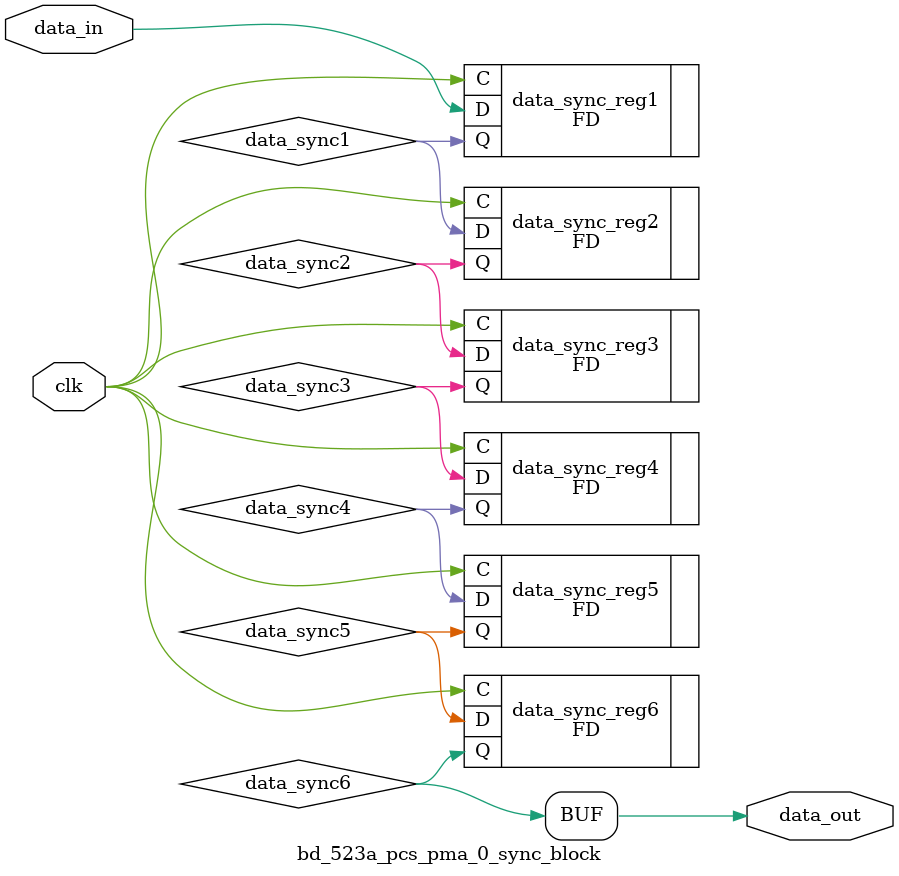
<source format=v>

`timescale 1ps / 1ps

module bd_523a_pcs_pma_0_sync_block #(
  parameter INITIALISE = 2'b00
)
(
  input        clk,              // clock to be sync'ed to
  input        data_in,          // Data to be 'synced'
  output       data_out          // synced data
);

  // Internal Signals
  wire data_sync1;
  wire data_sync2;
  wire data_sync3;
  wire data_sync4;
  wire data_sync5;
  wire data_sync6;


  (* shreg_extract = "no", ASYNC_REG = "TRUE" *)
  FD #(
    .INIT (INITIALISE[0])
  ) data_sync_reg1 (
    .C  (clk),
    .D  (data_in),
    .Q  (data_sync1)
  );


  (* shreg_extract = "no", ASYNC_REG = "TRUE" *)
  FD #(
   .INIT (INITIALISE[1])
  ) data_sync_reg2 (
  .C  (clk),
  .D  (data_sync1),
  .Q  (data_sync2)
  );


  (* shreg_extract = "no", ASYNC_REG = "TRUE" *)
  FD #(
   .INIT (INITIALISE[1])
  ) data_sync_reg3 (
  .C  (clk),
  .D  (data_sync2),
  .Q  (data_sync3)
  );

  (* shreg_extract = "no", ASYNC_REG = "TRUE" *)
  FD #(
   .INIT (INITIALISE[1])
  ) data_sync_reg4 (
  .C  (clk),
  .D  (data_sync3),
  .Q  (data_sync4)
  );

  (* shreg_extract = "no", ASYNC_REG = "TRUE" *)
  FD #(
   .INIT (INITIALISE[1])
  ) data_sync_reg5 (
  .C  (clk),
  .D  (data_sync4),
  .Q  (data_sync5)
  );

  (* shreg_extract = "no", ASYNC_REG = "TRUE" *)
  FD #(
   .INIT (INITIALISE[1])
  ) data_sync_reg6 (
  .C  (clk),
  .D  (data_sync5),
  .Q  (data_sync6)
  );
  assign data_out = data_sync6;


endmodule



</source>
